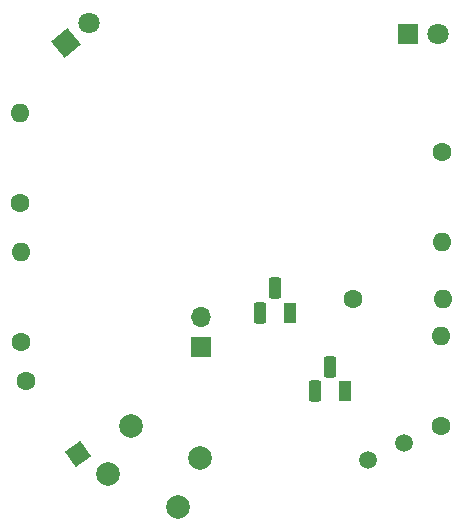
<source format=gts>
G04 #@! TF.GenerationSoftware,KiCad,Pcbnew,8.0.5*
G04 #@! TF.CreationDate,2025-05-25T21:59:44+05:00*
G04 #@! TF.ProjectId,Wings_Of_Freedom,57696e67-735f-44f6-965f-46726565646f,rev?*
G04 #@! TF.SameCoordinates,Original*
G04 #@! TF.FileFunction,Soldermask,Top*
G04 #@! TF.FilePolarity,Negative*
%FSLAX46Y46*%
G04 Gerber Fmt 4.6, Leading zero omitted, Abs format (unit mm)*
G04 Created by KiCad (PCBNEW 8.0.5) date 2025-05-25 21:59:44*
%MOMM*%
%LPD*%
G01*
G04 APERTURE LIST*
G04 Aperture macros list*
%AMRoundRect*
0 Rectangle with rounded corners*
0 $1 Rounding radius*
0 $2 $3 $4 $5 $6 $7 $8 $9 X,Y pos of 4 corners*
0 Add a 4 corners polygon primitive as box body*
4,1,4,$2,$3,$4,$5,$6,$7,$8,$9,$2,$3,0*
0 Add four circle primitives for the rounded corners*
1,1,$1+$1,$2,$3*
1,1,$1+$1,$4,$5*
1,1,$1+$1,$6,$7*
1,1,$1+$1,$8,$9*
0 Add four rect primitives between the rounded corners*
20,1,$1+$1,$2,$3,$4,$5,0*
20,1,$1+$1,$4,$5,$6,$7,0*
20,1,$1+$1,$6,$7,$8,$9,0*
20,1,$1+$1,$8,$9,$2,$3,0*%
%AMHorizOval*
0 Thick line with rounded ends*
0 $1 width*
0 $2 $3 position (X,Y) of the first rounded end (center of the circle)*
0 $4 $5 position (X,Y) of the second rounded end (center of the circle)*
0 Add line between two ends*
20,1,$1,$2,$3,$4,$5,0*
0 Add two circle primitives to create the rounded ends*
1,1,$1,$2,$3*
1,1,$1,$4,$5*%
%AMRotRect*
0 Rectangle, with rotation*
0 The origin of the aperture is its center*
0 $1 length*
0 $2 width*
0 $3 Rotation angle, in degrees counterclockwise*
0 Add horizontal line*
21,1,$1,$2,0,0,$3*%
G04 Aperture macros list end*
%ADD10C,1.600000*%
%ADD11O,1.600000X1.600000*%
%ADD12R,1.700000X1.700000*%
%ADD13O,1.700000X1.700000*%
%ADD14R,1.100000X1.800000*%
%ADD15RoundRect,0.275000X0.275000X0.625000X-0.275000X0.625000X-0.275000X-0.625000X0.275000X-0.625000X0*%
%ADD16RotRect,1.600000X1.600000X125.000000*%
%ADD17HorizOval,1.600000X0.000000X0.000000X0.000000X0.000000X0*%
%ADD18R,1.800000X1.800000*%
%ADD19C,1.800000*%
%ADD20RotRect,1.800000X1.800000X40.000000*%
%ADD21C,1.500000*%
%ADD22C,2.000000*%
G04 APERTURE END LIST*
D10*
X219900000Y-73590000D03*
D11*
X219900000Y-81210000D03*
D12*
X199500000Y-90075000D03*
D13*
X199500000Y-87534999D03*
D14*
X207087500Y-87176400D03*
D15*
X205817500Y-85106400D03*
X204547500Y-87176400D03*
D10*
X184249999Y-77910001D03*
D11*
X184249998Y-70290000D03*
D16*
X189085300Y-99171000D03*
D17*
X184714645Y-92929060D03*
D18*
X217075000Y-63600000D03*
D19*
X219615001Y-63600000D03*
D14*
X211740000Y-93850000D03*
D15*
X210470000Y-91780000D03*
X209199999Y-93850000D03*
D10*
X212419900Y-85979701D03*
D11*
X220039901Y-85979702D03*
D20*
X188073293Y-64319555D03*
D19*
X190019048Y-62686873D03*
D21*
X216740700Y-98231500D03*
X213659254Y-99668403D03*
D10*
X184320000Y-89640000D03*
D11*
X184319998Y-82019999D03*
D22*
X199459200Y-99512800D03*
X193568199Y-96765781D03*
X197557417Y-103591185D03*
X191666418Y-100844167D03*
D10*
X219820000Y-96760000D03*
D11*
X219819999Y-89139999D03*
M02*

</source>
